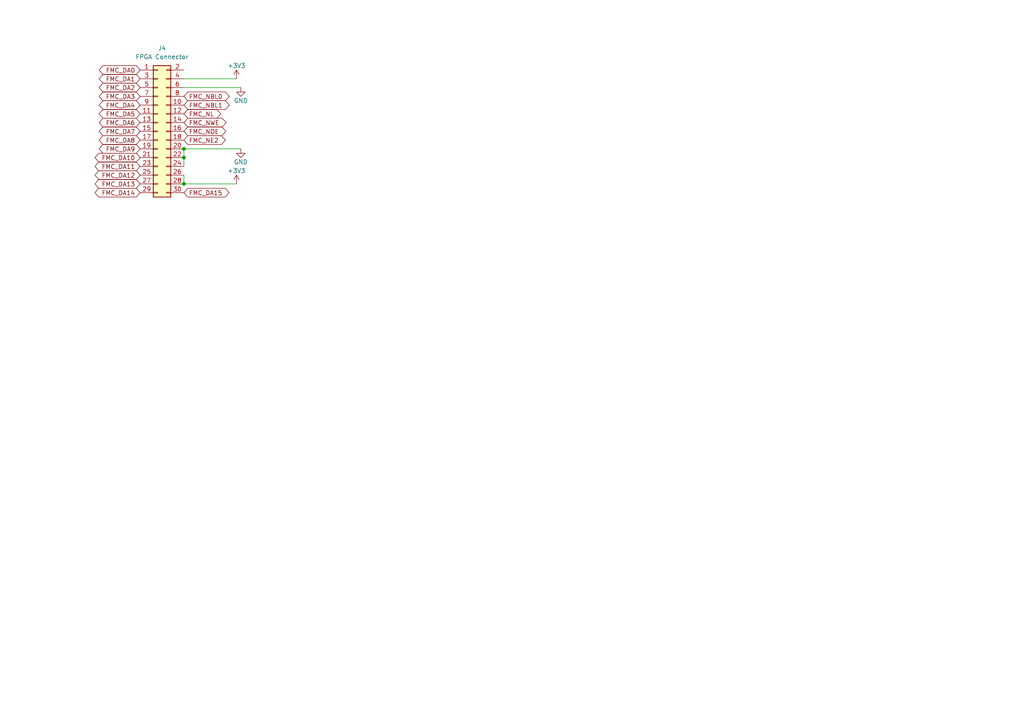
<source format=kicad_sch>
(kicad_sch (version 20211123) (generator eeschema)

  (uuid 442b9949-6409-46c1-8de0-7ab3dded2a85)

  (paper "A4")

  (lib_symbols
    (symbol "Connector_Generic:Conn_02x15_Odd_Even" (pin_names (offset 1.016) hide) (in_bom yes) (on_board yes)
      (property "Reference" "J" (id 0) (at 1.27 20.32 0)
        (effects (font (size 1.27 1.27)))
      )
      (property "Value" "Conn_02x15_Odd_Even" (id 1) (at 1.27 -20.32 0)
        (effects (font (size 1.27 1.27)))
      )
      (property "Footprint" "" (id 2) (at 0 0 0)
        (effects (font (size 1.27 1.27)) hide)
      )
      (property "Datasheet" "~" (id 3) (at 0 0 0)
        (effects (font (size 1.27 1.27)) hide)
      )
      (property "ki_keywords" "connector" (id 4) (at 0 0 0)
        (effects (font (size 1.27 1.27)) hide)
      )
      (property "ki_description" "Generic connector, double row, 02x15, odd/even pin numbering scheme (row 1 odd numbers, row 2 even numbers), script generated (kicad-library-utils/schlib/autogen/connector/)" (id 5) (at 0 0 0)
        (effects (font (size 1.27 1.27)) hide)
      )
      (property "ki_fp_filters" "Connector*:*_2x??_*" (id 6) (at 0 0 0)
        (effects (font (size 1.27 1.27)) hide)
      )
      (symbol "Conn_02x15_Odd_Even_1_1"
        (rectangle (start -1.27 -17.653) (end 0 -17.907)
          (stroke (width 0.1524) (type default) (color 0 0 0 0))
          (fill (type none))
        )
        (rectangle (start -1.27 -15.113) (end 0 -15.367)
          (stroke (width 0.1524) (type default) (color 0 0 0 0))
          (fill (type none))
        )
        (rectangle (start -1.27 -12.573) (end 0 -12.827)
          (stroke (width 0.1524) (type default) (color 0 0 0 0))
          (fill (type none))
        )
        (rectangle (start -1.27 -10.033) (end 0 -10.287)
          (stroke (width 0.1524) (type default) (color 0 0 0 0))
          (fill (type none))
        )
        (rectangle (start -1.27 -7.493) (end 0 -7.747)
          (stroke (width 0.1524) (type default) (color 0 0 0 0))
          (fill (type none))
        )
        (rectangle (start -1.27 -4.953) (end 0 -5.207)
          (stroke (width 0.1524) (type default) (color 0 0 0 0))
          (fill (type none))
        )
        (rectangle (start -1.27 -2.413) (end 0 -2.667)
          (stroke (width 0.1524) (type default) (color 0 0 0 0))
          (fill (type none))
        )
        (rectangle (start -1.27 0.127) (end 0 -0.127)
          (stroke (width 0.1524) (type default) (color 0 0 0 0))
          (fill (type none))
        )
        (rectangle (start -1.27 2.667) (end 0 2.413)
          (stroke (width 0.1524) (type default) (color 0 0 0 0))
          (fill (type none))
        )
        (rectangle (start -1.27 5.207) (end 0 4.953)
          (stroke (width 0.1524) (type default) (color 0 0 0 0))
          (fill (type none))
        )
        (rectangle (start -1.27 7.747) (end 0 7.493)
          (stroke (width 0.1524) (type default) (color 0 0 0 0))
          (fill (type none))
        )
        (rectangle (start -1.27 10.287) (end 0 10.033)
          (stroke (width 0.1524) (type default) (color 0 0 0 0))
          (fill (type none))
        )
        (rectangle (start -1.27 12.827) (end 0 12.573)
          (stroke (width 0.1524) (type default) (color 0 0 0 0))
          (fill (type none))
        )
        (rectangle (start -1.27 15.367) (end 0 15.113)
          (stroke (width 0.1524) (type default) (color 0 0 0 0))
          (fill (type none))
        )
        (rectangle (start -1.27 17.907) (end 0 17.653)
          (stroke (width 0.1524) (type default) (color 0 0 0 0))
          (fill (type none))
        )
        (rectangle (start -1.27 19.05) (end 3.81 -19.05)
          (stroke (width 0.254) (type default) (color 0 0 0 0))
          (fill (type background))
        )
        (rectangle (start 3.81 -17.653) (end 2.54 -17.907)
          (stroke (width 0.1524) (type default) (color 0 0 0 0))
          (fill (type none))
        )
        (rectangle (start 3.81 -15.113) (end 2.54 -15.367)
          (stroke (width 0.1524) (type default) (color 0 0 0 0))
          (fill (type none))
        )
        (rectangle (start 3.81 -12.573) (end 2.54 -12.827)
          (stroke (width 0.1524) (type default) (color 0 0 0 0))
          (fill (type none))
        )
        (rectangle (start 3.81 -10.033) (end 2.54 -10.287)
          (stroke (width 0.1524) (type default) (color 0 0 0 0))
          (fill (type none))
        )
        (rectangle (start 3.81 -7.493) (end 2.54 -7.747)
          (stroke (width 0.1524) (type default) (color 0 0 0 0))
          (fill (type none))
        )
        (rectangle (start 3.81 -4.953) (end 2.54 -5.207)
          (stroke (width 0.1524) (type default) (color 0 0 0 0))
          (fill (type none))
        )
        (rectangle (start 3.81 -2.413) (end 2.54 -2.667)
          (stroke (width 0.1524) (type default) (color 0 0 0 0))
          (fill (type none))
        )
        (rectangle (start 3.81 0.127) (end 2.54 -0.127)
          (stroke (width 0.1524) (type default) (color 0 0 0 0))
          (fill (type none))
        )
        (rectangle (start 3.81 2.667) (end 2.54 2.413)
          (stroke (width 0.1524) (type default) (color 0 0 0 0))
          (fill (type none))
        )
        (rectangle (start 3.81 5.207) (end 2.54 4.953)
          (stroke (width 0.1524) (type default) (color 0 0 0 0))
          (fill (type none))
        )
        (rectangle (start 3.81 7.747) (end 2.54 7.493)
          (stroke (width 0.1524) (type default) (color 0 0 0 0))
          (fill (type none))
        )
        (rectangle (start 3.81 10.287) (end 2.54 10.033)
          (stroke (width 0.1524) (type default) (color 0 0 0 0))
          (fill (type none))
        )
        (rectangle (start 3.81 12.827) (end 2.54 12.573)
          (stroke (width 0.1524) (type default) (color 0 0 0 0))
          (fill (type none))
        )
        (rectangle (start 3.81 15.367) (end 2.54 15.113)
          (stroke (width 0.1524) (type default) (color 0 0 0 0))
          (fill (type none))
        )
        (rectangle (start 3.81 17.907) (end 2.54 17.653)
          (stroke (width 0.1524) (type default) (color 0 0 0 0))
          (fill (type none))
        )
        (pin passive line (at -5.08 17.78 0) (length 3.81)
          (name "Pin_1" (effects (font (size 1.27 1.27))))
          (number "1" (effects (font (size 1.27 1.27))))
        )
        (pin passive line (at 7.62 7.62 180) (length 3.81)
          (name "Pin_10" (effects (font (size 1.27 1.27))))
          (number "10" (effects (font (size 1.27 1.27))))
        )
        (pin passive line (at -5.08 5.08 0) (length 3.81)
          (name "Pin_11" (effects (font (size 1.27 1.27))))
          (number "11" (effects (font (size 1.27 1.27))))
        )
        (pin passive line (at 7.62 5.08 180) (length 3.81)
          (name "Pin_12" (effects (font (size 1.27 1.27))))
          (number "12" (effects (font (size 1.27 1.27))))
        )
        (pin passive line (at -5.08 2.54 0) (length 3.81)
          (name "Pin_13" (effects (font (size 1.27 1.27))))
          (number "13" (effects (font (size 1.27 1.27))))
        )
        (pin passive line (at 7.62 2.54 180) (length 3.81)
          (name "Pin_14" (effects (font (size 1.27 1.27))))
          (number "14" (effects (font (size 1.27 1.27))))
        )
        (pin passive line (at -5.08 0 0) (length 3.81)
          (name "Pin_15" (effects (font (size 1.27 1.27))))
          (number "15" (effects (font (size 1.27 1.27))))
        )
        (pin passive line (at 7.62 0 180) (length 3.81)
          (name "Pin_16" (effects (font (size 1.27 1.27))))
          (number "16" (effects (font (size 1.27 1.27))))
        )
        (pin passive line (at -5.08 -2.54 0) (length 3.81)
          (name "Pin_17" (effects (font (size 1.27 1.27))))
          (number "17" (effects (font (size 1.27 1.27))))
        )
        (pin passive line (at 7.62 -2.54 180) (length 3.81)
          (name "Pin_18" (effects (font (size 1.27 1.27))))
          (number "18" (effects (font (size 1.27 1.27))))
        )
        (pin passive line (at -5.08 -5.08 0) (length 3.81)
          (name "Pin_19" (effects (font (size 1.27 1.27))))
          (number "19" (effects (font (size 1.27 1.27))))
        )
        (pin passive line (at 7.62 17.78 180) (length 3.81)
          (name "Pin_2" (effects (font (size 1.27 1.27))))
          (number "2" (effects (font (size 1.27 1.27))))
        )
        (pin passive line (at 7.62 -5.08 180) (length 3.81)
          (name "Pin_20" (effects (font (size 1.27 1.27))))
          (number "20" (effects (font (size 1.27 1.27))))
        )
        (pin passive line (at -5.08 -7.62 0) (length 3.81)
          (name "Pin_21" (effects (font (size 1.27 1.27))))
          (number "21" (effects (font (size 1.27 1.27))))
        )
        (pin passive line (at 7.62 -7.62 180) (length 3.81)
          (name "Pin_22" (effects (font (size 1.27 1.27))))
          (number "22" (effects (font (size 1.27 1.27))))
        )
        (pin passive line (at -5.08 -10.16 0) (length 3.81)
          (name "Pin_23" (effects (font (size 1.27 1.27))))
          (number "23" (effects (font (size 1.27 1.27))))
        )
        (pin passive line (at 7.62 -10.16 180) (length 3.81)
          (name "Pin_24" (effects (font (size 1.27 1.27))))
          (number "24" (effects (font (size 1.27 1.27))))
        )
        (pin passive line (at -5.08 -12.7 0) (length 3.81)
          (name "Pin_25" (effects (font (size 1.27 1.27))))
          (number "25" (effects (font (size 1.27 1.27))))
        )
        (pin passive line (at 7.62 -12.7 180) (length 3.81)
          (name "Pin_26" (effects (font (size 1.27 1.27))))
          (number "26" (effects (font (size 1.27 1.27))))
        )
        (pin passive line (at -5.08 -15.24 0) (length 3.81)
          (name "Pin_27" (effects (font (size 1.27 1.27))))
          (number "27" (effects (font (size 1.27 1.27))))
        )
        (pin passive line (at 7.62 -15.24 180) (length 3.81)
          (name "Pin_28" (effects (font (size 1.27 1.27))))
          (number "28" (effects (font (size 1.27 1.27))))
        )
        (pin passive line (at -5.08 -17.78 0) (length 3.81)
          (name "Pin_29" (effects (font (size 1.27 1.27))))
          (number "29" (effects (font (size 1.27 1.27))))
        )
        (pin passive line (at -5.08 15.24 0) (length 3.81)
          (name "Pin_3" (effects (font (size 1.27 1.27))))
          (number "3" (effects (font (size 1.27 1.27))))
        )
        (pin passive line (at 7.62 -17.78 180) (length 3.81)
          (name "Pin_30" (effects (font (size 1.27 1.27))))
          (number "30" (effects (font (size 1.27 1.27))))
        )
        (pin passive line (at 7.62 15.24 180) (length 3.81)
          (name "Pin_4" (effects (font (size 1.27 1.27))))
          (number "4" (effects (font (size 1.27 1.27))))
        )
        (pin passive line (at -5.08 12.7 0) (length 3.81)
          (name "Pin_5" (effects (font (size 1.27 1.27))))
          (number "5" (effects (font (size 1.27 1.27))))
        )
        (pin passive line (at 7.62 12.7 180) (length 3.81)
          (name "Pin_6" (effects (font (size 1.27 1.27))))
          (number "6" (effects (font (size 1.27 1.27))))
        )
        (pin passive line (at -5.08 10.16 0) (length 3.81)
          (name "Pin_7" (effects (font (size 1.27 1.27))))
          (number "7" (effects (font (size 1.27 1.27))))
        )
        (pin passive line (at 7.62 10.16 180) (length 3.81)
          (name "Pin_8" (effects (font (size 1.27 1.27))))
          (number "8" (effects (font (size 1.27 1.27))))
        )
        (pin passive line (at -5.08 7.62 0) (length 3.81)
          (name "Pin_9" (effects (font (size 1.27 1.27))))
          (number "9" (effects (font (size 1.27 1.27))))
        )
      )
    )
    (symbol "power:+3V3" (power) (pin_names (offset 0)) (in_bom yes) (on_board yes)
      (property "Reference" "#PWR" (id 0) (at 0 -3.81 0)
        (effects (font (size 1.27 1.27)) hide)
      )
      (property "Value" "+3V3" (id 1) (at 0 3.556 0)
        (effects (font (size 1.27 1.27)))
      )
      (property "Footprint" "" (id 2) (at 0 0 0)
        (effects (font (size 1.27 1.27)) hide)
      )
      (property "Datasheet" "" (id 3) (at 0 0 0)
        (effects (font (size 1.27 1.27)) hide)
      )
      (property "ki_keywords" "power-flag" (id 4) (at 0 0 0)
        (effects (font (size 1.27 1.27)) hide)
      )
      (property "ki_description" "Power symbol creates a global label with name \"+3V3\"" (id 5) (at 0 0 0)
        (effects (font (size 1.27 1.27)) hide)
      )
      (symbol "+3V3_0_1"
        (polyline
          (pts
            (xy -0.762 1.27)
            (xy 0 2.54)
          )
          (stroke (width 0) (type default) (color 0 0 0 0))
          (fill (type none))
        )
        (polyline
          (pts
            (xy 0 0)
            (xy 0 2.54)
          )
          (stroke (width 0) (type default) (color 0 0 0 0))
          (fill (type none))
        )
        (polyline
          (pts
            (xy 0 2.54)
            (xy 0.762 1.27)
          )
          (stroke (width 0) (type default) (color 0 0 0 0))
          (fill (type none))
        )
      )
      (symbol "+3V3_1_1"
        (pin power_in line (at 0 0 90) (length 0) hide
          (name "+3V3" (effects (font (size 1.27 1.27))))
          (number "1" (effects (font (size 1.27 1.27))))
        )
      )
    )
    (symbol "power:GND" (power) (pin_names (offset 0)) (in_bom yes) (on_board yes)
      (property "Reference" "#PWR" (id 0) (at 0 -6.35 0)
        (effects (font (size 1.27 1.27)) hide)
      )
      (property "Value" "GND" (id 1) (at 0 -3.81 0)
        (effects (font (size 1.27 1.27)))
      )
      (property "Footprint" "" (id 2) (at 0 0 0)
        (effects (font (size 1.27 1.27)) hide)
      )
      (property "Datasheet" "" (id 3) (at 0 0 0)
        (effects (font (size 1.27 1.27)) hide)
      )
      (property "ki_keywords" "power-flag" (id 4) (at 0 0 0)
        (effects (font (size 1.27 1.27)) hide)
      )
      (property "ki_description" "Power symbol creates a global label with name \"GND\" , ground" (id 5) (at 0 0 0)
        (effects (font (size 1.27 1.27)) hide)
      )
      (symbol "GND_0_1"
        (polyline
          (pts
            (xy 0 0)
            (xy 0 -1.27)
            (xy 1.27 -1.27)
            (xy 0 -2.54)
            (xy -1.27 -1.27)
            (xy 0 -1.27)
          )
          (stroke (width 0) (type default) (color 0 0 0 0))
          (fill (type none))
        )
      )
      (symbol "GND_1_1"
        (pin power_in line (at 0 0 270) (length 0) hide
          (name "GND" (effects (font (size 1.27 1.27))))
          (number "1" (effects (font (size 1.27 1.27))))
        )
      )
    )
  )

  (junction (at 53.34 43.18) (diameter 0) (color 0 0 0 0)
    (uuid 029433a5-6c85-4061-b724-70d6d945fd5c)
  )
  (junction (at 53.34 53.34) (diameter 0) (color 0 0 0 0)
    (uuid b5aee67c-0480-4adf-ac72-9bcf2d31994e)
  )
  (junction (at 53.34 45.72) (diameter 0) (color 0 0 0 0)
    (uuid e67569fe-a7de-420c-baba-160254bbdc77)
  )

  (wire (pts (xy 53.34 43.18) (xy 69.85 43.18))
    (stroke (width 0) (type default) (color 0 0 0 0))
    (uuid 2d8a2160-7a39-496c-97c5-5bcbb08d4d99)
  )
  (wire (pts (xy 53.34 50.8) (xy 53.34 53.34))
    (stroke (width 0) (type default) (color 0 0 0 0))
    (uuid 30b10cfe-d8e1-41e4-97d5-004fffbcb9d5)
  )
  (wire (pts (xy 53.34 25.4) (xy 69.85 25.4))
    (stroke (width 0) (type default) (color 0 0 0 0))
    (uuid 851a240c-e58b-4bc3-b0e7-8cfc68c5eff4)
  )
  (wire (pts (xy 53.34 45.72) (xy 53.34 48.26))
    (stroke (width 0) (type default) (color 0 0 0 0))
    (uuid 95b9e628-bcb2-4efe-b9a6-937cc1638849)
  )
  (wire (pts (xy 53.34 22.86) (xy 68.58 22.86))
    (stroke (width 0) (type default) (color 0 0 0 0))
    (uuid a34d7d88-602e-43fc-963c-d618afd47ce9)
  )
  (wire (pts (xy 53.34 53.34) (xy 68.58 53.34))
    (stroke (width 0) (type default) (color 0 0 0 0))
    (uuid cdd5bf46-c475-4bdd-b30b-251b33e5421c)
  )
  (wire (pts (xy 53.34 43.18) (xy 53.34 45.72))
    (stroke (width 0) (type default) (color 0 0 0 0))
    (uuid e8b25708-94d7-46e1-b38d-ccafd087fb8d)
  )

  (global_label "FMC_DA13" (shape bidirectional) (at 40.64 53.34 180) (fields_autoplaced)
    (effects (font (size 1.27 1.27)) (justify right))
    (uuid 0acf83b8-ed02-47a5-b16d-eae727168c8b)
    (property "Intersheet References" "${INTERSHEET_REFS}" (id 0) (at 28.6717 53.2606 0)
      (effects (font (size 1.27 1.27)) (justify right) hide)
    )
  )
  (global_label "FMC_NE2" (shape bidirectional) (at 53.34 40.64 0) (fields_autoplaced)
    (effects (font (size 1.27 1.27)) (justify left))
    (uuid 15d1c00d-e414-4f09-9ff5-063941bcb485)
    (property "Intersheet References" "${INTERSHEET_REFS}" (id 0) (at 64.2198 40.5606 0)
      (effects (font (size 1.27 1.27)) (justify left) hide)
    )
  )
  (global_label "FMC_DA11" (shape bidirectional) (at 40.64 48.26 180) (fields_autoplaced)
    (effects (font (size 1.27 1.27)) (justify right))
    (uuid 3d444eaa-2910-41fd-82a5-3c7378a235eb)
    (property "Intersheet References" "${INTERSHEET_REFS}" (id 0) (at 28.6717 48.1806 0)
      (effects (font (size 1.27 1.27)) (justify right) hide)
    )
  )
  (global_label "FMC_DA6" (shape bidirectional) (at 40.64 35.56 180) (fields_autoplaced)
    (effects (font (size 1.27 1.27)) (justify right))
    (uuid 47ea8403-309f-4b8a-bc8b-bf702d94c456)
    (property "Intersheet References" "${INTERSHEET_REFS}" (id 0) (at 29.8812 35.4806 0)
      (effects (font (size 1.27 1.27)) (justify right) hide)
    )
  )
  (global_label "FMC_DA2" (shape bidirectional) (at 40.64 25.4 180) (fields_autoplaced)
    (effects (font (size 1.27 1.27)) (justify right))
    (uuid 488b4968-3f1f-4c08-8561-86ebd66d0cad)
    (property "Intersheet References" "${INTERSHEET_REFS}" (id 0) (at 29.8812 25.3206 0)
      (effects (font (size 1.27 1.27)) (justify right) hide)
    )
  )
  (global_label "FMC_DA12" (shape bidirectional) (at 40.64 50.8 180) (fields_autoplaced)
    (effects (font (size 1.27 1.27)) (justify right))
    (uuid 51a4fd33-63f4-4fdf-aedf-414875349cd2)
    (property "Intersheet References" "${INTERSHEET_REFS}" (id 0) (at 28.6717 50.7206 0)
      (effects (font (size 1.27 1.27)) (justify right) hide)
    )
  )
  (global_label "FMC_DA5" (shape bidirectional) (at 40.64 33.02 180) (fields_autoplaced)
    (effects (font (size 1.27 1.27)) (justify right))
    (uuid 731d2fe6-61bf-4c7b-a720-ce41dc523a3a)
    (property "Intersheet References" "${INTERSHEET_REFS}" (id 0) (at 29.8812 32.9406 0)
      (effects (font (size 1.27 1.27)) (justify right) hide)
    )
  )
  (global_label "FMC_DA15" (shape bidirectional) (at 53.34 55.88 0) (fields_autoplaced)
    (effects (font (size 1.27 1.27)) (justify left))
    (uuid 7daaec9c-206a-42e6-aa15-31702f0f41f4)
    (property "Intersheet References" "${INTERSHEET_REFS}" (id 0) (at 65.3083 55.9594 0)
      (effects (font (size 1.27 1.27)) (justify left) hide)
    )
  )
  (global_label "FMC_DA9" (shape bidirectional) (at 40.64 43.18 180) (fields_autoplaced)
    (effects (font (size 1.27 1.27)) (justify right))
    (uuid 810846b7-2b8e-40cb-9c38-9a9f000bd134)
    (property "Intersheet References" "${INTERSHEET_REFS}" (id 0) (at 29.8812 43.1006 0)
      (effects (font (size 1.27 1.27)) (justify right) hide)
    )
  )
  (global_label "FMC_DA4" (shape bidirectional) (at 40.64 30.48 180) (fields_autoplaced)
    (effects (font (size 1.27 1.27)) (justify right))
    (uuid 9015c223-c09c-4d00-bdaf-e24ac5b061cb)
    (property "Intersheet References" "${INTERSHEET_REFS}" (id 0) (at 29.8812 30.4006 0)
      (effects (font (size 1.27 1.27)) (justify right) hide)
    )
  )
  (global_label "FMC_NOE" (shape bidirectional) (at 53.34 38.1 0) (fields_autoplaced)
    (effects (font (size 1.27 1.27)) (justify left))
    (uuid 9d5f0e06-8409-4bdc-acbc-c6c0f098108f)
    (property "Intersheet References" "${INTERSHEET_REFS}" (id 0) (at 64.3407 38.0206 0)
      (effects (font (size 1.27 1.27)) (justify left) hide)
    )
  )
  (global_label "FMC_DA0" (shape bidirectional) (at 40.64 20.32 180) (fields_autoplaced)
    (effects (font (size 1.27 1.27)) (justify right))
    (uuid a637d1dd-0cff-48f9-96f5-0ddfa0b83074)
    (property "Intersheet References" "${INTERSHEET_REFS}" (id 0) (at 29.8812 20.2406 0)
      (effects (font (size 1.27 1.27)) (justify right) hide)
    )
  )
  (global_label "FMC_DA7" (shape bidirectional) (at 40.64 38.1 180) (fields_autoplaced)
    (effects (font (size 1.27 1.27)) (justify right))
    (uuid bbe41752-0e54-4bc9-af0b-6ccbaa206b74)
    (property "Intersheet References" "${INTERSHEET_REFS}" (id 0) (at 29.8812 38.0206 0)
      (effects (font (size 1.27 1.27)) (justify right) hide)
    )
  )
  (global_label "FMC_NBL0" (shape bidirectional) (at 53.34 27.94 0) (fields_autoplaced)
    (effects (font (size 1.27 1.27)) (justify left))
    (uuid d05fc817-515f-4d33-9140-ff664e57390f)
    (property "Intersheet References" "${INTERSHEET_REFS}" (id 0) (at 65.3688 28.0194 0)
      (effects (font (size 1.27 1.27)) (justify left) hide)
    )
  )
  (global_label "FMC_NBL1" (shape bidirectional) (at 53.34 30.48 0) (fields_autoplaced)
    (effects (font (size 1.27 1.27)) (justify left))
    (uuid d8043f65-4806-4e3f-b7cc-5fc053343275)
    (property "Intersheet References" "${INTERSHEET_REFS}" (id 0) (at 65.3688 30.5594 0)
      (effects (font (size 1.27 1.27)) (justify left) hide)
    )
  )
  (global_label "FMC_DA1" (shape bidirectional) (at 40.64 22.86 180) (fields_autoplaced)
    (effects (font (size 1.27 1.27)) (justify right))
    (uuid dc1bc50b-558e-4cb6-94ac-66fcc09714e2)
    (property "Intersheet References" "${INTERSHEET_REFS}" (id 0) (at 29.8812 22.7806 0)
      (effects (font (size 1.27 1.27)) (justify right) hide)
    )
  )
  (global_label "FMC_DA14" (shape bidirectional) (at 40.64 55.88 180) (fields_autoplaced)
    (effects (font (size 1.27 1.27)) (justify right))
    (uuid e5bf322d-4f74-44a1-b71f-2f16d3c2cc02)
    (property "Intersheet References" "${INTERSHEET_REFS}" (id 0) (at 28.6717 55.8006 0)
      (effects (font (size 1.27 1.27)) (justify right) hide)
    )
  )
  (global_label "FMC_DA8" (shape bidirectional) (at 40.64 40.64 180) (fields_autoplaced)
    (effects (font (size 1.27 1.27)) (justify right))
    (uuid e9c00185-2e8e-439a-8580-c34c86aa57be)
    (property "Intersheet References" "${INTERSHEET_REFS}" (id 0) (at 29.8812 40.5606 0)
      (effects (font (size 1.27 1.27)) (justify right) hide)
    )
  )
  (global_label "FMC_DA10" (shape bidirectional) (at 40.64 45.72 180) (fields_autoplaced)
    (effects (font (size 1.27 1.27)) (justify right))
    (uuid eaeddb05-e533-4609-bddf-fd121af10df2)
    (property "Intersheet References" "${INTERSHEET_REFS}" (id 0) (at 28.6717 45.6406 0)
      (effects (font (size 1.27 1.27)) (justify right) hide)
    )
  )
  (global_label "FMC_DA3" (shape bidirectional) (at 40.64 27.94 180) (fields_autoplaced)
    (effects (font (size 1.27 1.27)) (justify right))
    (uuid eeea16dd-f865-41dc-a96f-ca67425fc4b3)
    (property "Intersheet References" "${INTERSHEET_REFS}" (id 0) (at 29.8812 27.8606 0)
      (effects (font (size 1.27 1.27)) (justify right) hide)
    )
  )
  (global_label "FMC_NL" (shape bidirectional) (at 53.34 33.02 0) (fields_autoplaced)
    (effects (font (size 1.27 1.27)) (justify left))
    (uuid eff1efc8-971a-450c-8ad2-17bad2c4c610)
    (property "Intersheet References" "${INTERSHEET_REFS}" (id 0) (at 62.8893 32.9406 0)
      (effects (font (size 1.27 1.27)) (justify left) hide)
    )
  )
  (global_label "FMC_NWE" (shape bidirectional) (at 53.34 35.56 0) (fields_autoplaced)
    (effects (font (size 1.27 1.27)) (justify left))
    (uuid f1f28817-39ec-4c63-8e9a-0cecca392688)
    (property "Intersheet References" "${INTERSHEET_REFS}" (id 0) (at 64.4617 35.4806 0)
      (effects (font (size 1.27 1.27)) (justify left) hide)
    )
  )

  (symbol (lib_id "Connector_Generic:Conn_02x15_Odd_Even") (at 45.72 38.1 0) (unit 1)
    (in_bom yes) (on_board yes) (fields_autoplaced)
    (uuid 33e63baa-fe18-43d2-bf39-76da238098db)
    (property "Reference" "J4" (id 0) (at 46.99 13.97 0))
    (property "Value" "FPGA Connector" (id 1) (at 46.99 16.51 0))
    (property "Footprint" "Connector_PinHeader_2.54mm:PinHeader_2x15_P2.54mm_Vertical" (id 2) (at 45.72 38.1 0)
      (effects (font (size 1.27 1.27)) hide)
    )
    (property "Datasheet" "~" (id 3) (at 45.72 38.1 0)
      (effects (font (size 1.27 1.27)) hide)
    )
    (property "JLPCB Part #" "C56496" (id 4) (at 45.72 38.1 0)
      (effects (font (size 1.27 1.27)) hide)
    )
    (property "JLCPCB Part #" "C56496" (id 5) (at 45.72 38.1 0)
      (effects (font (size 1.27 1.27)) hide)
    )
    (pin "1" (uuid 96940268-a49d-4497-9317-80a0c1794abd))
    (pin "10" (uuid e1f9d87d-59fb-4ee0-8322-9a1d18643fd0))
    (pin "11" (uuid 9d4cc090-3891-4392-814f-aa6417bd965f))
    (pin "12" (uuid d8aa0775-9931-4e77-b9ab-172fcdacfac7))
    (pin "13" (uuid ac827976-9c4a-47cc-8df0-7d795efcfa37))
    (pin "14" (uuid 3f201c38-50f5-4917-a1d0-b8f1e7d9b490))
    (pin "15" (uuid e1a387e2-9178-421b-b603-9bf810eb77a3))
    (pin "16" (uuid dbbea912-ace0-41c3-a529-2862f809bff9))
    (pin "17" (uuid 62b0a3ba-e166-418a-bb74-68d4717392d5))
    (pin "18" (uuid a610ed9f-4bb4-487a-a686-77b40e771814))
    (pin "19" (uuid 1191e790-df35-45b0-9576-f20f6adc33d9))
    (pin "2" (uuid bf1d3c0c-69b2-48fb-a83a-d962e141ed57))
    (pin "20" (uuid 07c6e0ed-9793-4d96-85f2-837b2c466f2a))
    (pin "21" (uuid 72900501-da9e-4b56-869d-e5ada8646399))
    (pin "22" (uuid 860782bd-9e23-4d5b-9780-91d1e62f0f7d))
    (pin "23" (uuid e95fc5af-1f64-441b-bce8-ec078c99cad0))
    (pin "24" (uuid 8c1d496a-835a-4b3d-b082-6455e55812a0))
    (pin "25" (uuid adcee6c0-511b-492a-bb59-d35b79b87121))
    (pin "26" (uuid 4865838e-1dcc-4495-a361-eee2a0695b7c))
    (pin "27" (uuid 1dd3ea6d-8ae7-4483-b0d3-5f28a108794b))
    (pin "28" (uuid 7b36e25d-9577-4d53-a864-67d13b76e6c1))
    (pin "29" (uuid 659bf2f5-347c-4504-b276-84660e67d850))
    (pin "3" (uuid 739d3371-d8b9-48b5-964e-3750efd16899))
    (pin "30" (uuid d99c1c7d-c188-4485-a62b-5b1cabc2d035))
    (pin "4" (uuid 64f8e42e-c771-4bf2-9795-4d689a4fa86e))
    (pin "5" (uuid 51f45df9-75b6-423c-9a4f-1e79413cbb83))
    (pin "6" (uuid bb0cf968-14f2-4c64-8502-54c7cecaec05))
    (pin "7" (uuid 7436f194-3e56-4c45-abf1-088a5132db51))
    (pin "8" (uuid 318e0c63-50b9-4dc1-825d-8e203a797dc7))
    (pin "9" (uuid 6953dcc7-0f04-4622-a196-3a61da9ccfe7))
  )

  (symbol (lib_id "power:+3V3") (at 68.58 53.34 0) (unit 1)
    (in_bom yes) (on_board yes)
    (uuid 4ce951e9-3269-49cf-8a0a-b070a62a3c40)
    (property "Reference" "#PWR022" (id 0) (at 68.58 57.15 0)
      (effects (font (size 1.27 1.27)) hide)
    )
    (property "Value" "+3V3" (id 1) (at 68.58 49.53 0))
    (property "Footprint" "" (id 2) (at 68.58 53.34 0)
      (effects (font (size 1.27 1.27)) hide)
    )
    (property "Datasheet" "" (id 3) (at 68.58 53.34 0)
      (effects (font (size 1.27 1.27)) hide)
    )
    (pin "1" (uuid daf7efbe-bae6-4de8-addf-8b2afb21731e))
  )

  (symbol (lib_id "power:+3V3") (at 68.58 22.86 0) (unit 1)
    (in_bom yes) (on_board yes)
    (uuid a3e0371a-9151-48ae-a176-b410396412da)
    (property "Reference" "#PWR011" (id 0) (at 68.58 26.67 0)
      (effects (font (size 1.27 1.27)) hide)
    )
    (property "Value" "+3V3" (id 1) (at 68.58 19.05 0))
    (property "Footprint" "" (id 2) (at 68.58 22.86 0)
      (effects (font (size 1.27 1.27)) hide)
    )
    (property "Datasheet" "" (id 3) (at 68.58 22.86 0)
      (effects (font (size 1.27 1.27)) hide)
    )
    (pin "1" (uuid b55fc624-059f-44de-abba-88537866c1e3))
  )

  (symbol (lib_id "power:GND") (at 69.85 43.18 0) (unit 1)
    (in_bom yes) (on_board yes)
    (uuid db80d4f1-b11b-4655-b476-54637f3b39ea)
    (property "Reference" "#PWR026" (id 0) (at 69.85 49.53 0)
      (effects (font (size 1.27 1.27)) hide)
    )
    (property "Value" "GND" (id 1) (at 69.85 46.99 0))
    (property "Footprint" "" (id 2) (at 69.85 43.18 0)
      (effects (font (size 1.27 1.27)) hide)
    )
    (property "Datasheet" "" (id 3) (at 69.85 43.18 0)
      (effects (font (size 1.27 1.27)) hide)
    )
    (pin "1" (uuid 7cca3fde-1e6c-460d-bdd7-f3c774a47caf))
  )

  (symbol (lib_id "power:GND") (at 69.85 25.4 0) (unit 1)
    (in_bom yes) (on_board yes)
    (uuid ef95a073-a051-4945-8da7-f0f1a15b6d03)
    (property "Reference" "#PWR012" (id 0) (at 69.85 31.75 0)
      (effects (font (size 1.27 1.27)) hide)
    )
    (property "Value" "GND" (id 1) (at 69.85 29.21 0))
    (property "Footprint" "" (id 2) (at 69.85 25.4 0)
      (effects (font (size 1.27 1.27)) hide)
    )
    (property "Datasheet" "" (id 3) (at 69.85 25.4 0)
      (effects (font (size 1.27 1.27)) hide)
    )
    (pin "1" (uuid f2997cfe-8adc-495c-8f8f-7676a271adaf))
  )
)

</source>
